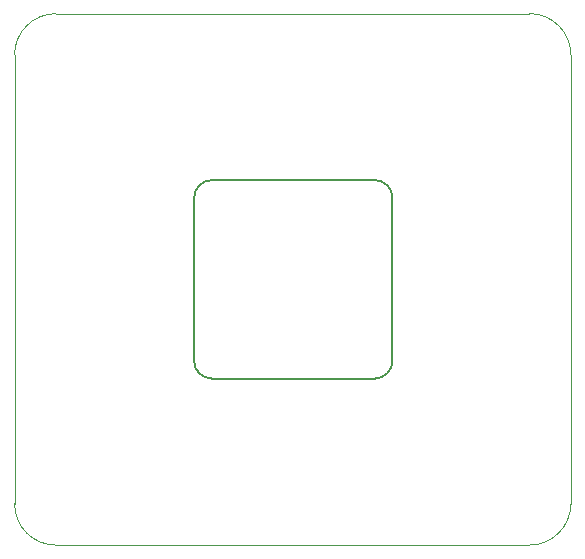
<source format=gbr>
G04 #@! TF.GenerationSoftware,KiCad,Pcbnew,(6.0.9)*
G04 #@! TF.CreationDate,2024-05-21T19:31:49-07:00*
G04 #@! TF.ProjectId,IMX294_MIPI_Breakout_Small,494d5832-3934-45f4-9d49-50495f427265,rev?*
G04 #@! TF.SameCoordinates,Original*
G04 #@! TF.FileFunction,Profile,NP*
%FSLAX46Y46*%
G04 Gerber Fmt 4.6, Leading zero omitted, Abs format (unit mm)*
G04 Created by KiCad (PCBNEW (6.0.9)) date 2024-05-21 19:31:49*
%MOMM*%
%LPD*%
G01*
G04 APERTURE LIST*
G04 #@! TA.AperFunction,Profile*
%ADD10C,0.100000*%
G04 #@! TD*
G04 #@! TA.AperFunction,Profile*
%ADD11C,0.150000*%
G04 #@! TD*
G04 APERTURE END LIST*
D10*
X124900000Y-120000000D02*
X165000000Y-120000000D01*
X121400000Y-116500000D02*
G75*
G03*
X124900000Y-120000000I3500000J0D01*
G01*
D11*
X136600000Y-104400000D02*
G75*
G03*
X138100000Y-105900000I1500000J0D01*
G01*
X151900000Y-105900000D02*
X138100000Y-105900000D01*
D10*
X168500000Y-116500000D02*
X168500000Y-78500000D01*
D11*
X138100000Y-89100000D02*
X151900000Y-89100000D01*
X136600000Y-90600000D02*
X136600000Y-104400000D01*
X153400000Y-90600000D02*
X153400000Y-104400000D01*
D10*
X165000000Y-120000000D02*
G75*
G03*
X168500000Y-116500000I0J3500000D01*
G01*
X124900000Y-75000000D02*
G75*
G03*
X121400000Y-78500000I0J-3500000D01*
G01*
X124900000Y-75000000D02*
X165000000Y-75000000D01*
X121400000Y-116500000D02*
X121400000Y-78500000D01*
D11*
X151900000Y-105900000D02*
G75*
G03*
X153400000Y-104400000I0J1500000D01*
G01*
X153400000Y-90600000D02*
G75*
G03*
X151900000Y-89100000I-1500000J0D01*
G01*
D10*
X168500000Y-78500000D02*
G75*
G03*
X165000000Y-75000000I-3500000J0D01*
G01*
D11*
X138100000Y-89100000D02*
G75*
G03*
X136600000Y-90600000I0J-1500000D01*
G01*
M02*

</source>
